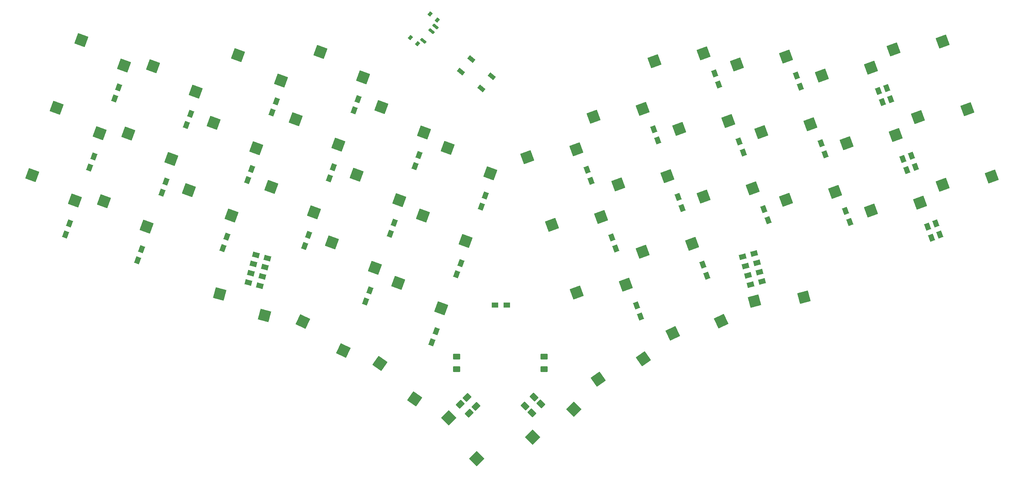
<source format=gbp>
G04 #@! TF.GenerationSoftware,KiCad,Pcbnew,(6.0.0)*
G04 #@! TF.CreationDate,2023-05-15T23:43:16+03:00*
G04 #@! TF.ProjectId,choctopus44,63686f63-746f-4707-9573-34342e6b6963,2.0*
G04 #@! TF.SameCoordinates,Original*
G04 #@! TF.FileFunction,Paste,Bot*
G04 #@! TF.FilePolarity,Positive*
%FSLAX46Y46*%
G04 Gerber Fmt 4.6, Leading zero omitted, Abs format (unit mm)*
G04 Created by KiCad (PCBNEW (6.0.0)) date 2023-05-15 23:43:16*
%MOMM*%
%LPD*%
G01*
G04 APERTURE LIST*
G04 Aperture macros list*
%AMRoundRect*
0 Rectangle with rounded corners*
0 $1 Rounding radius*
0 $2 $3 $4 $5 $6 $7 $8 $9 X,Y pos of 4 corners*
0 Add a 4 corners polygon primitive as box body*
4,1,4,$2,$3,$4,$5,$6,$7,$8,$9,$2,$3,0*
0 Add four circle primitives for the rounded corners*
1,1,$1+$1,$2,$3*
1,1,$1+$1,$4,$5*
1,1,$1+$1,$6,$7*
1,1,$1+$1,$8,$9*
0 Add four rect primitives between the rounded corners*
20,1,$1+$1,$2,$3,$4,$5,0*
20,1,$1+$1,$4,$5,$6,$7,0*
20,1,$1+$1,$6,$7,$8,$9,0*
20,1,$1+$1,$8,$9,$2,$3,0*%
%AMRotRect*
0 Rectangle, with rotation*
0 The origin of the aperture is its center*
0 $1 length*
0 $2 width*
0 $3 Rotation angle, in degrees counterclockwise*
0 Add horizontal line*
21,1,$1,$2,0,0,$3*%
G04 Aperture macros list end*
%ADD10RotRect,2.600000X2.600000X345.000000*%
%ADD11RotRect,2.600000X2.600000X335.000000*%
%ADD12RotRect,2.600000X2.600000X325.000000*%
%ADD13RotRect,2.600000X2.600000X35.000000*%
%ADD14RotRect,2.600000X2.600000X25.000000*%
%ADD15RotRect,2.600000X2.600000X45.000000*%
%ADD16RotRect,1.600000X1.200000X250.000000*%
%ADD17RotRect,1.600000X1.200000X290.000000*%
%ADD18RotRect,1.600000X1.200000X165.000000*%
%ADD19RotRect,1.600000X1.200000X15.000000*%
%ADD20RotRect,2.600000X2.600000X15.000000*%
%ADD21R,1.600000X1.200000*%
%ADD22RotRect,2.600000X2.600000X315.000000*%
%ADD23RotRect,2.600000X2.600000X340.000000*%
%ADD24RotRect,2.600000X2.600000X20.000000*%
%ADD25RotRect,1.700000X1.000000X320.000000*%
%ADD26RotRect,1.000000X0.800000X50.000000*%
%ADD27RotRect,0.700000X1.500000X50.000000*%
%ADD28RoundRect,0.250001X-0.768977X-0.114905X-0.114905X-0.768977X0.768977X0.114905X0.114905X0.768977X0*%
%ADD29RoundRect,0.250001X-0.624999X0.462499X-0.624999X-0.462499X0.624999X-0.462499X0.624999X0.462499X0*%
%ADD30RoundRect,0.250001X0.624999X-0.462499X0.624999X0.462499X-0.624999X0.462499X-0.624999X-0.462499X0*%
%ADD31RoundRect,0.250001X-0.114905X0.768977X-0.768977X0.114905X0.114905X-0.768977X0.768977X-0.114905X0*%
%ADD32RoundRect,0.250001X0.114905X-0.768977X0.768977X-0.114905X-0.114905X0.768977X-0.768977X0.114905X0*%
G04 APERTURE END LIST*
D10*
X78372577Y-113338612D03*
X88959619Y-118453009D03*
D11*
X98003755Y-119888884D03*
X107541849Y-126764002D03*
D12*
X116213935Y-129756326D03*
X124413273Y-138183268D03*
D13*
X167733453Y-133514314D03*
X178456528Y-128691641D03*
D14*
X185378833Y-122657565D03*
X196776448Y-119770202D03*
D15*
X152233562Y-147264797D03*
X161956280Y-140653349D03*
D16*
X53549402Y-67169196D03*
X54507058Y-64538056D03*
X70487386Y-73384877D03*
X71445042Y-70753737D03*
X90733549Y-70456091D03*
X91691205Y-67824951D03*
X110066808Y-69957705D03*
X111024464Y-67326565D03*
X140155409Y-92736598D03*
X141113065Y-90105458D03*
X47633857Y-83502885D03*
X48591513Y-80871745D03*
X64721172Y-89415570D03*
X65678828Y-86784430D03*
X84916286Y-86459055D03*
X85873942Y-83827915D03*
X104244336Y-85990213D03*
X105201992Y-83359073D03*
X134326561Y-108747673D03*
X135284217Y-106116533D03*
X41921172Y-99315570D03*
X42878828Y-96684430D03*
X58921172Y-105415570D03*
X59878828Y-102784430D03*
X79083966Y-102489827D03*
X80041622Y-99858687D03*
X98404981Y-102029898D03*
X99362637Y-99398758D03*
X128505826Y-124770334D03*
X129463482Y-122139194D03*
D17*
X166097687Y-86637927D03*
X165140031Y-84006787D03*
X181792416Y-77057010D03*
X180834760Y-74425870D03*
X215519547Y-64357420D03*
X214561891Y-61726280D03*
X234878828Y-68015570D03*
X233921172Y-65384430D03*
X236866143Y-67302885D03*
X235908487Y-64671745D03*
X171926533Y-102649002D03*
X170968877Y-100017862D03*
X187599830Y-93061710D03*
X186642174Y-90430570D03*
X221336809Y-80360384D03*
X220379153Y-77729244D03*
X240666143Y-84102885D03*
X239708487Y-81471745D03*
X242672078Y-83352270D03*
X241714422Y-80721130D03*
X177751359Y-118675849D03*
X176793703Y-116044709D03*
X193413620Y-109044978D03*
X192455964Y-106413838D03*
X227169129Y-96391156D03*
X226211473Y-93760016D03*
X246478828Y-100115570D03*
X245521172Y-97484430D03*
X248478828Y-99315570D03*
X247521172Y-96684430D03*
D18*
X85095408Y-110675306D03*
X87800000Y-111400000D03*
X85695408Y-108475306D03*
X88400000Y-109200000D03*
X86295408Y-106275306D03*
X89000000Y-107000000D03*
D19*
X204552296Y-103837653D03*
X201847704Y-104562347D03*
X205252296Y-106037653D03*
X202547704Y-106762347D03*
D16*
X112839474Y-115143649D03*
X113797130Y-112512509D03*
X124460679Y-83155681D03*
X125418335Y-80524541D03*
X118653264Y-99160381D03*
X119610920Y-96529241D03*
D17*
X207842815Y-95932162D03*
X206885159Y-93301022D03*
X202008759Y-79891542D03*
X201051103Y-77260402D03*
X196186287Y-63859034D03*
X195228631Y-61227894D03*
D20*
X204622863Y-115034116D03*
X216348708Y-114169793D03*
D19*
X205852296Y-108237653D03*
X203147704Y-108962347D03*
X206452296Y-110437653D03*
X203747704Y-111162347D03*
D21*
X143350000Y-116000000D03*
X146150000Y-116000000D03*
D22*
X132454143Y-142632747D03*
X139065591Y-152355465D03*
D18*
X86895408Y-104137653D03*
X89600000Y-104862347D03*
D23*
X90492525Y-88056226D03*
X100593530Y-94073882D03*
X56768044Y-75457678D03*
X66869049Y-81475334D03*
D24*
X249124028Y-87510386D03*
X260729922Y-85627377D03*
D23*
X34038816Y-85276397D03*
X44139821Y-91294053D03*
D24*
X226397193Y-77698245D03*
X238003087Y-75815236D03*
X206298541Y-75106400D03*
X217904435Y-73223391D03*
D23*
X71052354Y-88840607D03*
X81153359Y-94858263D03*
X39853159Y-69301622D03*
X49954164Y-75319278D03*
D24*
X172469922Y-87419010D03*
X184075816Y-85536001D03*
X237495343Y-55560837D03*
X249101237Y-53677828D03*
X156816727Y-97040907D03*
X168422621Y-95157898D03*
X162631070Y-113015681D03*
X174236964Y-111132672D03*
D23*
X104880973Y-101153218D03*
X114981978Y-107170874D03*
X76866696Y-72865833D03*
X86967701Y-78883489D03*
X96306867Y-72081452D03*
X106407872Y-78099108D03*
X126348510Y-94800341D03*
X136449515Y-100817997D03*
X102121209Y-56106677D03*
X112222214Y-62124333D03*
X45667501Y-53326848D03*
X55768506Y-59344504D03*
X116509658Y-69203669D03*
X126610663Y-75221325D03*
D24*
X212112883Y-91081175D03*
X223718777Y-89198166D03*
X178284265Y-103393785D03*
X189890159Y-101510776D03*
X181043429Y-58346469D03*
X192649323Y-56463460D03*
D23*
X82681039Y-56891058D03*
X92782044Y-62908714D03*
D24*
X220582850Y-61723470D03*
X232188744Y-59840461D03*
X192672114Y-90296018D03*
X204278008Y-88413009D03*
D23*
X120534168Y-110775115D03*
X130635173Y-116792771D03*
X110695316Y-85178443D03*
X120796321Y-91196099D03*
D24*
X243309685Y-71535611D03*
X254915579Y-69652602D03*
D23*
X50953701Y-91432453D03*
X61054706Y-97450109D03*
D24*
X166655580Y-71444236D03*
X178261474Y-69561227D03*
D23*
X132162853Y-78825566D03*
X142263858Y-84843222D03*
X62582386Y-59482904D03*
X72683391Y-65500560D03*
D24*
X186857771Y-74321243D03*
X198463665Y-72438234D03*
X232211535Y-93673019D03*
X243817429Y-91790010D03*
X200484198Y-59131626D03*
X212090092Y-57248617D03*
X151002385Y-81066132D03*
X162608279Y-79183123D03*
D25*
X135338541Y-60747044D03*
X140164621Y-64796606D03*
X137781133Y-57836076D03*
X142607213Y-61885638D03*
D26*
X125051340Y-54201851D03*
X123358382Y-52781290D03*
X128050731Y-47189166D03*
X129743689Y-48609726D03*
D27*
X126449171Y-53547200D03*
X128377534Y-51249067D03*
X129341716Y-50100000D03*
D28*
X135134657Y-139458059D03*
X137238299Y-141561701D03*
D29*
X155000000Y-128212500D03*
X155000000Y-131187500D03*
D30*
X134300000Y-131187500D03*
X134300000Y-128212500D03*
D28*
X136748179Y-137848179D03*
X138851821Y-139951821D03*
D31*
X154178167Y-139374525D03*
X152074525Y-141478167D03*
D32*
X150448179Y-139851821D03*
X152551821Y-137748179D03*
M02*

</source>
